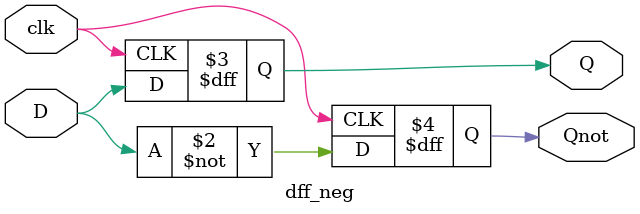
<source format=v>
module dff_neg (D, clk, Q, Qnot);
	input  D, clk;
	output Q, Qnot;
	reg    Q, Qnot;
	
	always @ (negedge clk) begin
		Q <= D;
		Qnot <= ~D;
	end 
endmodule
</source>
